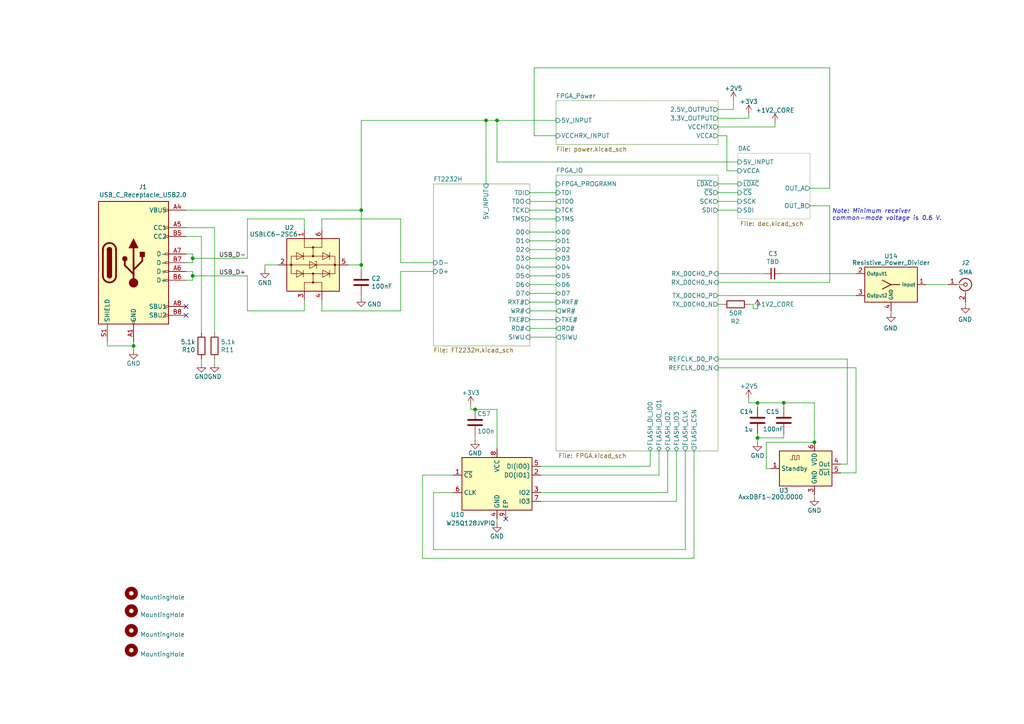
<source format=kicad_sch>
(kicad_sch (version 20200618) (host eeschema "(5.99.0-2195-g476558ece)")
  (page 1 5)
  (paper "A4")
  (title_block (title "TDR, Top schematic") (date "2020-06-30") (rev "A") (company "Radovan Blažek") (comment 3 "In preparation") (comment 4 "EN") (comment 5 "5") (comment 6 "6") (comment 7 "7") (comment 8 "8") (comment 9 "9"))
  (lib_symbols
    (symbol "Connector:Conn_Coaxial" (pin_names hide)
      (property "Reference" "J" (at 0.254 3.048 0))
      (property "Value" "Conn_Coaxial" (at 2.921 0 90))
      (symbol "Conn_Coaxial_0_1"
        (arc (start -1.778 0.508) (end 1.778 0) (radius (at -0.0508 0) (length 1.8034) (angles 163.6 0)) (stroke (width 0.254)))
        (arc (start 1.778 0) (end -1.778 -0.508) (radius (at -0.0254 0) (length 1.8034) (angles 0 -163.8)) (stroke (width 0.254)))
        (circle (center 0 0) (radius 0.508) (stroke (width 0.2032)))
        (polyline (pts (xy -2.54 0) (xy -0.508 0)))
        (polyline (pts (xy 0 -2.54) (xy 0 -1.778)))
      )
      (symbol "Conn_Coaxial_1_1"
        (pin passive line (at -5.08 0 0) (length 2.54) (name "In") (number "1"))
        (pin passive line (at 0 -5.08 90) (length 2.54) (name "Ext") (number "2"))
      )
    )
    (symbol "Connector:USB_C_Receptacle_USB2.0"
      (property "Reference" "J" (at -10.16 19.05 0))
      (property "Value" "USB_C_Receptacle_USB2.0" (at 19.05 19.05 0))
      (symbol "USB_C_Receptacle_USB2.0_0_1"
        (arc (start -8.89 -3.81) (end -5.08 -3.81) (radius (at -6.985 -3.81) (length 1.905) (angles -179.9 -0.1)) (stroke (width 0.508)))
        (arc (start -7.62 -3.81) (end -6.35 -3.81) (radius (at -6.985 -3.81) (length 0.635) (angles -179.9 -0.1)) (stroke (width 0.254)))
        (arc (start -7.62 -3.81) (end -6.35 -3.81) (radius (at -6.985 -3.81) (length 0.635) (angles -179.9 -0.1)) (stroke (width 0.254)) (fill (type outline)))
        (arc (start -6.35 3.81) (end -7.62 3.81) (radius (at -6.985 3.81) (length 0.635) (angles 0.1 179.9)) (stroke (width 0.254)) (fill (type outline)))
        (arc (start -6.35 3.81) (end -7.62 3.81) (radius (at -6.985 3.81) (length 0.635) (angles 0.1 179.9)) (stroke (width 0.254)))
        (arc (start -5.08 3.81) (end -8.89 3.81) (radius (at -6.985 3.81) (length 1.905) (angles 0.1 179.9)) (stroke (width 0.508)))
        (circle (center -2.54 1.143) (radius 0.635) (stroke (width 0.254)) (fill (type outline)))
        (circle (center 0 -5.842) (radius 1.27) (fill (type outline)))
        (rectangle (start -10.16 17.78) (end 10.16 -17.78) (stroke (width 0.254)) (fill (type background)))
        (rectangle (start -7.62 -3.81) (end -6.35 3.81) (stroke (width 0.254)) (fill (type outline)))
        (rectangle (start 1.905 1.778) (end 3.175 3.048) (stroke (width 0.254)) (fill (type outline)))
        (polyline (pts (xy -8.89 -3.81) (xy -8.89 3.81)) (stroke (width 0.508)))
        (polyline (pts (xy -5.08 3.81) (xy -5.08 -3.81)) (stroke (width 0.508)))
        (polyline (pts (xy 0 -5.842) (xy 0 4.318)) (stroke (width 0.508)))
        (polyline (pts (xy 0 -3.302) (xy -2.54 -0.762) (xy -2.54 0.508)) (stroke (width 0.508)))
        (polyline (pts (xy 0 -2.032) (xy 2.54 0.508) (xy 2.54 1.778)) (stroke (width 0.508)))
        (polyline (pts (xy -1.27 4.318) (xy 0 6.858) (xy 1.27 4.318) (xy -1.27 4.318)) (stroke (width 0.254)) (fill (type outline)))
      )
      (symbol "USB_C_Receptacle_USB2.0_0_0"
        (rectangle (start -0.254 -17.78) (end 0.254 -16.764))
        (rectangle (start 10.16 -14.986) (end 9.144 -15.494))
        (rectangle (start 10.16 -12.446) (end 9.144 -12.954))
        (rectangle (start 10.16 -4.826) (end 9.144 -5.334))
        (rectangle (start 10.16 -2.286) (end 9.144 -2.794))
        (rectangle (start 10.16 0.254) (end 9.144 -0.254))
        (rectangle (start 10.16 2.794) (end 9.144 2.286))
        (rectangle (start 10.16 7.874) (end 9.144 7.366))
        (rectangle (start 10.16 10.414) (end 9.144 9.906))
        (rectangle (start 10.16 15.494) (end 9.144 14.986))
      )
      (symbol "USB_C_Receptacle_USB2.0_1_1"
        (pin power_in line (at 0 -22.86 90) (length 5.08) (name "GND") (number "A1"))
        (pin passive line (at 0 -22.86 90) (length 5.08) hide (name "GND") (number "A12"))
        (pin power_in line (at 15.24 15.24 180) (length 5.08) (name "VBUS") (number "A4"))
        (pin bidirectional line (at 15.24 10.16 180) (length 5.08) (name "CC1") (number "A5"))
        (pin bidirectional line (at 15.24 -2.54 180) (length 5.08) (name "D+") (number "A6"))
        (pin bidirectional line (at 15.24 2.54 180) (length 5.08) (name "D-") (number "A7"))
        (pin bidirectional line (at 15.24 -12.7 180) (length 5.08) (name "SBU1") (number "A8"))
        (pin passive line (at 15.24 15.24 180) (length 5.08) hide (name "VBUS") (number "A9"))
        (pin passive line (at 0 -22.86 90) (length 5.08) hide (name "GND") (number "B1"))
        (pin passive line (at 0 -22.86 90) (length 5.08) hide (name "GND") (number "B12"))
        (pin passive line (at 15.24 15.24 180) (length 5.08) hide (name "VBUS") (number "B4"))
        (pin bidirectional line (at 15.24 7.62 180) (length 5.08) (name "CC2") (number "B5"))
        (pin bidirectional line (at 15.24 -5.08 180) (length 5.08) (name "D+") (number "B6"))
        (pin bidirectional line (at 15.24 0 180) (length 5.08) (name "D-") (number "B7"))
        (pin bidirectional line (at 15.24 -15.24 180) (length 5.08) (name "SBU2") (number "B8"))
        (pin passive line (at 15.24 15.24 180) (length 5.08) hide (name "VBUS") (number "B9"))
        (pin passive line (at -7.62 -22.86 90) (length 5.08) (name "SHIELD") (number "S1"))
      )
    )
    (symbol "Device:C" (pin_numbers hide) (pin_names (offset 0.254))
      (property "Reference" "C" (at 0.635 2.54 0))
      (property "Value" "C" (at 0.635 -2.54 0))
      (symbol "C_0_1"
        (polyline (pts (xy -2.032 -0.762) (xy 2.032 -0.762)) (stroke (width 0.508)))
        (polyline (pts (xy -2.032 0.762) (xy 2.032 0.762)) (stroke (width 0.508)))
      )
      (symbol "C_1_1"
        (pin passive line (at 0 3.81 270) (length 2.794) (name "~") (number "1"))
        (pin passive line (at 0 -3.81 90) (length 2.794) (name "~") (number "2"))
      )
    )
    (symbol "Device:C_Small" (pin_numbers hide) (pin_names (offset 0.254) hide)
      (property "Reference" "C" (at 0.254 1.778 0))
      (property "Value" "C_Small" (at 0.254 -2.032 0))
      (symbol "C_Small_0_1"
        (polyline (pts (xy -1.524 -0.508) (xy 1.524 -0.508)) (stroke (width 0.3302)))
        (polyline (pts (xy -1.524 0.508) (xy 1.524 0.508)) (stroke (width 0.3048)))
      )
      (symbol "C_Small_1_1"
        (pin passive line (at 0 2.54 270) (length 2.032) (name "~") (number "1"))
        (pin passive line (at 0 -2.54 90) (length 2.032) (name "~") (number "2"))
      )
    )
    (symbol "Device:R" (pin_numbers hide) (pin_names (offset 0))
      (property "Reference" "R" (at 2.032 0 90))
      (property "Value" "R" (at 0 0 90))
      (symbol "R_0_1"
        (rectangle (start -1.016 -2.54) (end 1.016 2.54) (stroke (width 0.254)))
      )
      (symbol "R_1_1"
        (pin passive line (at 0 3.81 270) (length 1.27) (name "~") (number "1"))
        (pin passive line (at 0 -3.81 90) (length 1.27) (name "~") (number "2"))
      )
    )
    (symbol "Mechanical:MountingHole"
      (property "Reference" "H" (at 0 5.08 0))
      (property "Value" "MountingHole" (at 0 3.175 0))
      (symbol "MountingHole_0_1"
        (circle (center 0 0) (radius 1.27) (stroke (width 1.27)))
      )
    )
    (symbol "Memory_Flash:W25Q32JVZP" (pin_names (offset 0.508))
      (property "Reference" "U" (at -8.89 8.89 0))
      (property "Value" "W25Q32JVZP" (at 7.62 8.89 0))
      (symbol "W25Q32JVZP_0_1"
        (rectangle (start -10.16 7.62) (end 10.16 -7.62) (stroke (width 0.254)) (fill (type background)))
      )
      (symbol "W25Q32JVZP_1_1"
        (pin input line (at -12.7 2.54 0) (length 2.54) (name "~CS") (number "1"))
        (pin bidirectional line (at 12.7 2.54 180) (length 2.54) (name "DO(IO1)") (number "2"))
        (pin bidirectional line (at 12.7 -2.54 180) (length 2.54) (name "IO2") (number "3"))
        (pin power_in line (at 0 -10.16 90) (length 2.54) (name "GND") (number "4"))
        (pin bidirectional line (at 12.7 5.08 180) (length 2.54) (name "DI(IO0)") (number "5"))
        (pin input line (at -12.7 -2.54 0) (length 2.54) (name "CLK") (number "6"))
        (pin bidirectional line (at 12.7 -5.08 180) (length 2.54) (name "IO3") (number "7"))
        (pin power_in line (at 0 10.16 270) (length 2.54) (name "VCC") (number "8"))
        (pin passive line (at 2.54 -10.16 90) (length 2.54) (name "EP") (number "9"))
      )
    )
    (symbol "Moje:AX3DBF1-200.0000" (pin_names (offset 0.508))
      (property "Reference" "U" (at -6.35 6.35 0))
      (property "Value" "AX3DBF1-200.0000" (at 13.97 6.35 0))
      (symbol "AX3DBF1-200.0000_1_1"
        (rectangle (start -7.62 5.08) (end 7.62 -5.08) (stroke (width 0.254)) (fill (type background)))
        (polyline (pts (xy -4.445 2.54) (xy -3.81 2.54) (xy -3.81 3.81) (xy -3.175 3.81) (xy -3.175 2.54) (xy -2.54 2.54) (xy -2.54 3.81) (xy -1.905 3.81) (xy -1.905 2.54)))
        (pin input line (at -10.16 0 0) (length 2.54) (name "Standby") (number "1"))
        (pin unconnected line (at -5.715 -5.08 90) (length 2.54) hide (name "NC") (number "2"))
        (pin power_in line (at 2.54 -7.62 90) (length 2.54) (name "GND") (number "3"))
        (pin output line (at 10.16 1.27 180) (length 2.54) (name "Out") (number "4"))
        (pin output line (at 10.16 -1.27 180) (length 2.54) (name "~Out") (number "5"))
        (pin power_in line (at 2.54 7.62 270) (length 2.54) (name "VDD") (number "6"))
      )
    )
    (symbol "Moje:Resistive_Power_Divider" (pin_names (offset 0.508))
      (property "Reference" "U" (at -6.35 6.35 0))
      (property "Value" "Resistive_Power_Divider" (at 6.35 6.35 0))
      (symbol "Resistive_Power_Divider_0_1"
        (rectangle (start -7.62 5.08) (end 7.62 -5.08) (stroke (width 0.254)) (fill (type background)))
        (polyline (pts (xy -2.54 0) (xy 0 0)) (stroke (width 0.254)))
        (polyline (pts (xy 0 0) (xy 2.54 -1.27)) (stroke (width 0.254)))
        (polyline (pts (xy 0 0) (xy 2.54 1.27)) (stroke (width 0.254)))
      )
      (symbol "Resistive_Power_Divider_1_1"
        (pin input line (at -10.16 0 0) (length 2.54) (name "Input") (number "1"))
        (pin output line (at 10.16 3.175 180) (length 2.54) (name "Output1") (number "2"))
        (pin output line (at 10.16 -3.175 180) (length 2.54) (name "Output2") (number "3"))
        (pin power_in line (at 0 -7.62 90) (length 2.54) (name "GND") (number "4"))
      )
    )
    (symbol "Moje:VCCHTX" (power) (pin_names (offset 0))
      (property "Value" "VCCHTX" (at 0 3.556 0))
      (symbol "VCCHTX_0_1"
        (polyline (pts (xy -0.762 1.27) (xy 0 2.54)))
        (polyline (pts (xy 0 0) (xy 0 2.54)))
        (polyline (pts (xy 0 2.54) (xy 0.762 1.27)))
      )
      (symbol "VCCHTX_1_1"
        (pin power_in line (at 0 0 90) (length 0) hide (name "+1V2_CORE") (number "1"))
      )
    )
    (symbol "Power_Protection:USBLC6-2SC6" (pin_names (offset 0.508) hide)
      (property "Reference" "U" (at 2.54 8.89 0))
      (property "Value" "USBLC6-2SC6" (at 2.54 -8.89 0))
      (symbol "USBLC6-2SC6_0_1"
        (circle (center -5.08 0) (radius 0.254) (fill (type outline)))
        (circle (center -2.54 0) (radius 0.254) (fill (type outline)))
        (circle (center 0 -6.35) (radius 0.254) (fill (type outline)))
        (circle (center 0 6.35) (radius 0.254) (fill (type outline)))
        (circle (center 2.54 0) (radius 0.254) (fill (type outline)))
        (circle (center 5.08 0) (radius 0.254) (fill (type outline)))
        (rectangle (start -7.62 -7.62) (end 7.62 7.62) (stroke (width 0.254)) (fill (type background)))
        (rectangle (start -2.54 6.35) (end 2.54 -6.35))
        (polyline (pts (xy -5.08 -2.54) (xy -7.62 -2.54)))
        (polyline (pts (xy -5.08 0) (xy -5.08 -2.54)))
        (polyline (pts (xy -5.08 2.54) (xy -7.62 2.54)))
        (polyline (pts (xy -1.524 -2.794) (xy -3.556 -2.794)))
        (polyline (pts (xy -1.524 4.826) (xy -3.556 4.826)))
        (polyline (pts (xy 0 -7.62) (xy 0 -6.35)))
        (polyline (pts (xy 0 -6.35) (xy 0 1.27)))
        (polyline (pts (xy 0 1.27) (xy 0 6.35)))
        (polyline (pts (xy 0 6.35) (xy 0 7.62)))
        (polyline (pts (xy 1.524 -2.794) (xy 3.556 -2.794)))
        (polyline (pts (xy 1.524 4.826) (xy 3.556 4.826)))
        (polyline (pts (xy 5.08 -2.54) (xy 7.62 -2.54)))
        (polyline (pts (xy 5.08 0) (xy 5.08 -2.54)))
        (polyline (pts (xy 5.08 2.54) (xy 7.62 2.54)))
        (polyline (pts (xy -2.54 0) (xy -5.08 0) (xy -5.08 2.54)))
        (polyline (pts (xy 2.54 0) (xy 5.08 0) (xy 5.08 2.54)))
        (polyline (pts (xy -3.556 -4.826) (xy -1.524 -4.826) (xy -2.54 -2.794) (xy -3.556 -4.826)))
        (polyline (pts (xy -3.556 2.794) (xy -1.524 2.794) (xy -2.54 4.826) (xy -3.556 2.794)))
        (polyline (pts (xy -1.016 -1.016) (xy 1.016 -1.016) (xy 0 1.016) (xy -1.016 -1.016)))
        (polyline (pts (xy 1.016 1.016) (xy 0.762 1.016) (xy -1.016 1.016) (xy -1.016 0.508)))
        (polyline (pts (xy 3.556 -4.826) (xy 1.524 -4.826) (xy 2.54 -2.794) (xy 3.556 -4.826)))
        (polyline (pts (xy 3.556 2.794) (xy 1.524 2.794) (xy 2.54 4.826) (xy 3.556 2.794)))
      )
      (symbol "USBLC6-2SC6_1_1"
        (pin passive line (at -10.16 -2.54 0) (length 2.54) (name "I/O1") (number "1"))
        (pin passive line (at 0 -10.16 90) (length 2.54) (name "GND") (number "2"))
        (pin passive line (at 10.16 -2.54 180) (length 2.54) (name "I/O2") (number "3"))
        (pin passive line (at 10.16 2.54 180) (length 2.54) (name "I/O2") (number "4"))
        (pin passive line (at 0 10.16 270) (length 2.54) (name "VBUS") (number "5"))
        (pin passive line (at -10.16 2.54 0) (length 2.54) (name "I/O1") (number "6"))
      )
    )
    (symbol "power:+2V5" (power) (pin_names (offset 0))
      (property "Value" "+2V5" (at 0 3.556 0))
      (symbol "+2V5_0_1"
        (polyline (pts (xy -0.762 1.27) (xy 0 2.54)))
        (polyline (pts (xy 0 0) (xy 0 2.54)))
        (polyline (pts (xy 0 2.54) (xy 0.762 1.27)))
      )
      (symbol "+2V5_1_1"
        (pin power_in line (at 0 0 90) (length 0) hide (name "+2V5") (number "1"))
      )
    )
    (symbol "power:+3V3" (power) (pin_names (offset 0))
      (property "Value" "+3V3" (at 0 3.556 0))
      (symbol "+3V3_0_1"
        (polyline (pts (xy -0.762 1.27) (xy 0 2.54)))
        (polyline (pts (xy 0 0) (xy 0 2.54)))
        (polyline (pts (xy 0 2.54) (xy 0.762 1.27)))
      )
      (symbol "+3V3_1_1"
        (pin power_in line (at 0 0 90) (length 0) hide (name "+3V3") (number "1"))
      )
    )
    (symbol "power:GND" (power) (pin_names (offset 0))
      (property "Value" "GND" (at 0 -3.81 0))
      (symbol "GND_0_1"
        (polyline (pts (xy 0 0) (xy 0 -1.27) (xy 1.27 -1.27) (xy 0 -2.54) (xy -1.27 -1.27) (xy 0 -1.27)))
      )
      (symbol "GND_1_1"
        (pin power_in line (at 0 0 270) (length 0) hide (name "GND") (number "1"))
      )
    )
  )
  (junction (at 38.735 100.33))
  (junction (at 55.88 74.93))
  (junction (at 55.88 80.01))
  (junction (at 104.775 60.96))
  (junction (at 104.775 76.835))
  (junction (at 137.795 118.745))
  (junction (at 140.97 34.925))
  (junction (at 144.145 34.925))
  (junction (at 219.71 116.84))
  (junction (at 219.71 127))
  (junction (at 227.33 116.84))
  (junction (at 236.22 128.27))
  (no_connect (at 53.975 88.9))
  (no_connect (at 146.685 150.495))
  (no_connect (at 53.975 91.44))
  (wire (pts (xy 31.115 99.06) (xy 31.115 100.33)))
  (wire (pts (xy 31.115 100.33) (xy 38.735 100.33)))
  (wire (pts (xy 38.735 100.33) (xy 38.735 99.06)))
  (wire (pts (xy 38.735 100.33) (xy 38.735 101.6)))
  (wire (pts (xy 53.975 60.96) (xy 104.775 60.96)))
  (wire (pts (xy 53.975 66.04) (xy 62.23 66.04)))
  (wire (pts (xy 53.975 68.58) (xy 58.42 68.58)))
  (wire (pts (xy 53.975 73.66) (xy 55.88 73.66)))
  (wire (pts (xy 53.975 76.2) (xy 55.88 76.2)))
  (wire (pts (xy 53.975 81.28) (xy 55.88 81.28)))
  (wire (pts (xy 55.88 73.66) (xy 55.88 74.93)))
  (wire (pts (xy 55.88 74.93) (xy 71.755 74.93)))
  (wire (pts (xy 55.88 76.2) (xy 55.88 74.93)))
  (wire (pts (xy 55.88 78.74) (xy 53.975 78.74)))
  (wire (pts (xy 55.88 80.01) (xy 55.88 78.74)))
  (wire (pts (xy 55.88 80.01) (xy 71.755 80.01)))
  (wire (pts (xy 55.88 81.28) (xy 55.88 80.01)))
  (wire (pts (xy 58.42 68.58) (xy 58.42 96.52)))
  (wire (pts (xy 58.42 104.14) (xy 58.42 105.41)))
  (wire (pts (xy 62.23 66.04) (xy 62.23 96.52)))
  (wire (pts (xy 62.23 104.14) (xy 62.23 105.41)))
  (wire (pts (xy 71.755 63.5) (xy 88.265 63.5)))
  (wire (pts (xy 71.755 74.93) (xy 71.755 63.5)))
  (wire (pts (xy 71.755 80.01) (xy 71.755 90.17)))
  (wire (pts (xy 71.755 90.17) (xy 88.265 90.17)))
  (wire (pts (xy 76.835 76.835) (xy 76.835 78.105)))
  (wire (pts (xy 76.835 76.835) (xy 80.645 76.835)))
  (wire (pts (xy 88.265 63.5) (xy 88.265 66.675)))
  (wire (pts (xy 88.265 86.995) (xy 88.265 90.17)))
  (wire (pts (xy 93.345 63.5) (xy 93.345 66.675)))
  (wire (pts (xy 93.345 63.5) (xy 116.205 63.5)))
  (wire (pts (xy 93.345 86.995) (xy 93.345 90.17)))
  (wire (pts (xy 93.345 90.17) (xy 116.205 90.17)))
  (wire (pts (xy 100.965 76.835) (xy 104.775 76.835)))
  (wire (pts (xy 104.775 34.925) (xy 104.775 60.96)))
  (wire (pts (xy 104.775 34.925) (xy 140.97 34.925)))
  (wire (pts (xy 104.775 60.96) (xy 104.775 76.835)))
  (wire (pts (xy 104.775 76.835) (xy 104.775 78.105)))
  (wire (pts (xy 104.775 85.725) (xy 104.775 86.36)))
  (wire (pts (xy 116.205 63.5) (xy 116.205 76.2)))
  (wire (pts (xy 116.205 76.2) (xy 125.73 76.2)))
  (wire (pts (xy 116.205 78.74) (xy 125.73 78.74)))
  (wire (pts (xy 116.205 90.17) (xy 116.205 78.74)))
  (wire (pts (xy 122.555 137.795) (xy 131.445 137.795)))
  (wire (pts (xy 122.555 161.925) (xy 122.555 137.795)))
  (wire (pts (xy 125.73 142.875) (xy 131.445 142.875)))
  (wire (pts (xy 125.73 159.385) (xy 125.73 142.875)))
  (wire (pts (xy 136.525 117.475) (xy 136.525 118.745)))
  (wire (pts (xy 136.525 118.745) (xy 137.795 118.745)))
  (wire (pts (xy 137.795 118.745) (xy 144.145 118.745)))
  (wire (pts (xy 137.795 126.365) (xy 137.795 127.635)))
  (wire (pts (xy 140.97 34.925) (xy 140.97 53.34)))
  (wire (pts (xy 140.97 34.925) (xy 144.145 34.925)))
  (wire (pts (xy 144.145 34.925) (xy 161.29 34.925)))
  (wire (pts (xy 144.145 46.99) (xy 144.145 34.925)))
  (wire (pts (xy 144.145 118.745) (xy 144.145 130.175)))
  (wire (pts (xy 144.145 150.495) (xy 144.145 151.765)))
  (wire (pts (xy 153.67 55.88) (xy 161.29 55.88)))
  (wire (pts (xy 153.67 58.42) (xy 161.29 58.42)))
  (wire (pts (xy 153.67 60.96) (xy 161.29 60.96)))
  (wire (pts (xy 153.67 63.5) (xy 161.29 63.5)))
  (wire (pts (xy 153.67 67.31) (xy 161.29 67.31)))
  (wire (pts (xy 153.67 69.85) (xy 161.29 69.85)))
  (wire (pts (xy 153.67 72.39) (xy 161.29 72.39)))
  (wire (pts (xy 153.67 74.93) (xy 161.29 74.93)))
  (wire (pts (xy 153.67 77.47) (xy 161.29 77.47)))
  (wire (pts (xy 153.67 80.01) (xy 161.29 80.01)))
  (wire (pts (xy 153.67 82.55) (xy 161.29 82.55)))
  (wire (pts (xy 153.67 85.09) (xy 161.29 85.09)))
  (wire (pts (xy 153.67 87.63) (xy 161.29 87.63)))
  (wire (pts (xy 153.67 90.17) (xy 161.29 90.17)))
  (wire (pts (xy 153.67 92.71) (xy 161.29 92.71)))
  (wire (pts (xy 153.67 95.25) (xy 161.29 95.25)))
  (wire (pts (xy 153.67 97.79) (xy 161.29 97.79)))
  (wire (pts (xy 154.94 19.685) (xy 154.94 39.37)))
  (wire (pts (xy 154.94 39.37) (xy 161.29 39.37)))
  (wire (pts (xy 156.845 135.255) (xy 188.595 135.255)))
  (wire (pts (xy 156.845 137.795) (xy 191.135 137.795)))
  (wire (pts (xy 156.845 142.875) (xy 193.675 142.875)))
  (wire (pts (xy 156.845 145.415) (xy 196.215 145.415)))
  (wire (pts (xy 188.595 135.255) (xy 188.595 130.81)))
  (wire (pts (xy 191.135 130.81) (xy 191.135 137.795)))
  (wire (pts (xy 193.675 142.875) (xy 193.675 130.81)))
  (wire (pts (xy 196.215 145.415) (xy 196.215 130.81)))
  (wire (pts (xy 198.755 130.81) (xy 198.755 159.385)))
  (wire (pts (xy 198.755 159.385) (xy 125.73 159.385)))
  (wire (pts (xy 201.295 130.81) (xy 201.295 161.925)))
  (wire (pts (xy 201.295 161.925) (xy 122.555 161.925)))
  (wire (pts (xy 208.28 34.29) (xy 217.17 34.29)))
  (wire (pts (xy 208.28 36.83) (xy 224.79 36.83)))
  (wire (pts (xy 208.28 39.37) (xy 210.82 39.37)))
  (wire (pts (xy 208.28 53.34) (xy 213.995 53.34)))
  (wire (pts (xy 208.28 55.88) (xy 213.995 55.88)))
  (wire (pts (xy 208.28 58.42) (xy 213.995 58.42)))
  (wire (pts (xy 208.28 60.96) (xy 213.995 60.96)))
  (wire (pts (xy 208.28 79.375) (xy 221.615 79.375)))
  (wire (pts (xy 208.28 81.915) (xy 240.665 81.915)))
  (wire (pts (xy 208.28 85.725) (xy 248.285 85.725)))
  (wire (pts (xy 208.28 88.265) (xy 209.55 88.265)))
  (wire (pts (xy 210.82 39.37) (xy 210.82 49.53)))
  (wire (pts (xy 210.82 49.53) (xy 213.995 49.53)))
  (wire (pts (xy 212.725 29.21) (xy 212.725 31.75)))
  (wire (pts (xy 212.725 31.75) (xy 208.28 31.75)))
  (wire (pts (xy 213.995 46.99) (xy 144.145 46.99)))
  (wire (pts (xy 217.17 34.29) (xy 217.17 33.02)))
  (wire (pts (xy 217.17 88.265) (xy 218.44 88.265)))
  (wire (pts (xy 217.17 115.57) (xy 217.17 116.84)))
  (wire (pts (xy 217.17 116.84) (xy 219.71 116.84)))
  (wire (pts (xy 218.44 88.265) (xy 218.44 89.535)))
  (wire (pts (xy 218.44 89.535) (xy 219.71 89.535)))
  (wire (pts (xy 219.71 116.84) (xy 219.71 118.11)))
  (wire (pts (xy 219.71 116.84) (xy 227.33 116.84)))
  (wire (pts (xy 219.71 125.73) (xy 219.71 127)))
  (wire (pts (xy 219.71 127) (xy 219.71 128.27)))
  (wire (pts (xy 222.25 128.27) (xy 236.22 128.27)))
  (wire (pts (xy 222.25 135.89) (xy 222.25 128.27)))
  (wire (pts (xy 223.52 135.89) (xy 222.25 135.89)))
  (wire (pts (xy 224.79 35.56) (xy 224.79 36.83)))
  (wire (pts (xy 226.695 79.375) (xy 248.285 79.375)))
  (wire (pts (xy 227.33 116.84) (xy 227.33 118.11)))
  (wire (pts (xy 227.33 116.84) (xy 236.22 116.84)))
  (wire (pts (xy 227.33 125.73) (xy 227.33 127)))
  (wire (pts (xy 227.33 127) (xy 219.71 127)))
  (wire (pts (xy 234.95 54.61) (xy 240.665 54.61)))
  (wire (pts (xy 234.95 59.69) (xy 240.665 59.69)))
  (wire (pts (xy 236.22 116.84) (xy 236.22 128.27)))
  (wire (pts (xy 236.22 143.51) (xy 236.22 144.145)))
  (wire (pts (xy 240.665 19.685) (xy 154.94 19.685)))
  (wire (pts (xy 240.665 54.61) (xy 240.665 19.685)))
  (wire (pts (xy 240.665 59.69) (xy 240.665 81.915)))
  (wire (pts (xy 243.84 134.62) (xy 245.745 134.62)))
  (wire (pts (xy 243.84 137.16) (xy 248.285 137.16)))
  (wire (pts (xy 245.745 104.14) (xy 208.28 104.14)))
  (wire (pts (xy 245.745 104.14) (xy 245.745 134.62)))
  (wire (pts (xy 248.285 106.68) (xy 208.28 106.68)))
  (wire (pts (xy 248.285 106.68) (xy 248.285 137.16)))
  (wire (pts (xy 258.445 90.17) (xy 258.445 90.805)))
  (wire (pts (xy 268.605 82.55) (xy 274.955 82.55)))
  (wire (pts (xy 280.035 87.63) (xy 280.035 88.265)))
  (text "Note: Minimum receiver\ncommon-mode voltage is 0.6 V." (at 241.3 64.135 0) (effects (font (size 1.27 1.27) italic) (justify left bottom)))
  (label "USB_D-" (at 63.5 74.93 0))
  (label "USB_D+" (at 63.5 80.01 0))
  (symbol (lib_id "power:+3V3") (at 136.525 117.475 0) (unit 1)
    (property "Reference" "#PWR0166" (effects hide))
    (property "Value" "+3V3" (at 136.525 113.919 0))
  )
  (symbol (lib_id "power:+2V5") (at 212.725 29.21 0) (unit 1)
    (property "Reference" "#PWR0115" (effects hide))
    (property "Value" "+2V5" (at 212.725 25.654 0))
  )
  (symbol (lib_id "power:+3V3") (at 217.17 33.02 0) (unit 1)
    (property "Reference" "#PWR0162" (effects hide))
    (property "Value" "+3V3" (at 217.17 29.464 0))
  )
  (symbol (lib_id "power:+2V5") (at 217.17 115.57 0) (unit 1)
    (property "Reference" "#PWR0116" (effects hide))
    (property "Value" "+2V5" (at 217.17 112.014 0))
  )
  (symbol (lib_id "Moje:VCCHTX") (at 219.71 89.535 0) (unit 1)
    (property "Reference" "#PWR0141" (effects hide))
    (property "Value" "VCCHTX" (at 224.79 88.265 0))
  )
  (symbol (lib_id "Moje:VCCHTX") (at 224.79 35.56 0) (unit 1)
    (property "Reference" "#PWR0140" (effects hide))
    (property "Value" "VCCHTX" (at 224.79 32.004 0))
  )
  (symbol (lib_id "power:GND") (at 38.735 101.6 0) (unit 1)
    (property "Reference" "#PWR0167" (effects hide))
    (property "Value" "GND" (at 38.735 105.41 0))
  )
  (symbol (lib_id "power:GND") (at 58.42 105.41 0) (unit 1)
    (property "Reference" "#PWR0103" (effects hide))
    (property "Value" "GND" (at 58.42 109.22 0))
  )
  (symbol (lib_id "power:GND") (at 62.23 105.41 0) (unit 1)
    (property "Reference" "#PWR0102" (effects hide))
    (property "Value" "GND" (at 62.23 109.22 0))
  )
  (symbol (lib_id "power:GND") (at 76.835 78.105 0) (unit 1)
    (property "Reference" "#PWR03" (effects hide))
    (property "Value" "GND" (at 76.835 82.0166 0))
  )
  (symbol (lib_id "power:GND") (at 104.775 86.36 0) (unit 1)
    (property "Reference" "#PWR04" (effects hide))
    (property "Value" "GND" (at 108.585 88.265 0))
  )
  (symbol (lib_id "power:GND") (at 137.795 127.635 0) (unit 1)
    (property "Reference" "#PWR0169" (effects hide))
    (property "Value" "GND" (at 137.795 131.445 0))
  )
  (symbol (lib_id "power:GND") (at 144.145 151.765 0) (unit 1)
    (property "Reference" "#PWR0168" (effects hide))
    (property "Value" "GND" (at 144.145 155.575 0))
  )
  (symbol (lib_id "power:GND") (at 219.71 128.27 0) (unit 1)
    (property "Reference" "#PWR0117" (effects hide))
    (property "Value" "GND" (at 219.71 132.1816 0))
  )
  (symbol (lib_id "power:GND") (at 236.22 144.145 0) (unit 1)
    (property "Reference" "#PWR0101" (effects hide))
    (property "Value" "GND" (at 236.22 148.0566 0))
  )
  (symbol (lib_id "power:GND") (at 258.445 90.805 0) (mirror y) (unit 1)
    (property "Reference" "#PWR0188" (effects hide))
    (property "Value" "GND" (at 258.318 95.1992 0))
  )
  (symbol (lib_id "power:GND") (at 280.035 88.265 0) (mirror y) (unit 1)
    (property "Reference" "#PWR07" (effects hide))
    (property "Value" "GND" (at 279.908 92.6592 0))
  )
  (symbol (lib_id "Mechanical:MountingHole") (at 38.1 172.085 0) (unit 1)
    (property "Reference" "H1" (effects hide))
    (property "Value" "MountingHole" (at 40.64 173.228 0) (effects (justify left)))
    (property "Footprint" "MountingHole:MountingHole_3.2mm_M3" (effects hide))
  )
  (symbol (lib_id "Mechanical:MountingHole") (at 38.1 177.165 0) (unit 1)
    (property "Reference" "H2" (effects hide))
    (property "Value" "MountingHole" (at 40.64 178.308 0) (effects (justify left)))
    (property "Footprint" "MountingHole:MountingHole_3.2mm_M3" (effects hide))
  )
  (symbol (lib_id "Mechanical:MountingHole") (at 38.1 182.88 0) (unit 1)
    (property "Reference" "H3" (effects hide))
    (property "Value" "MountingHole" (at 40.64 184.023 0) (effects (justify left)))
    (property "Footprint" "MountingHole:MountingHole_3.2mm_M3" (effects hide))
  )
  (symbol (lib_id "Mechanical:MountingHole") (at 38.1 188.595 0) (unit 1)
    (property "Reference" "H4" (effects hide))
    (property "Value" "MountingHole" (at 40.64 189.738 0) (effects (justify left)))
    (property "Footprint" "MountingHole:MountingHole_3.2mm_M3" (effects hide))
  )
  (symbol (lib_id "Device:R") (at 58.42 100.33 0) (mirror y) (unit 1)
    (property "Reference" "R10" (at 56.642 101.473 0) (effects (justify left)))
    (property "Value" "5.1k" (at 56.642 99.187 0) (effects (justify left)))
    (property "Footprint" "Resistor_SMD:R_0805_2012Metric" (effects hide))
  )
  (symbol (lib_id "Device:R") (at 62.23 100.33 0) (unit 1)
    (property "Reference" "R11" (at 64.008 101.473 0) (effects (justify left)))
    (property "Value" "5.1k" (at 64.008 99.187 0) (effects (justify left)))
    (property "Footprint" "Resistor_SMD:R_0805_2012Metric" (effects hide))
  )
  (symbol (lib_id "Device:R") (at 213.36 88.265 90) (unit 1)
    (property "Reference" "R2" (at 213.233 93.218 90))
    (property "Value" "50R" (at 213.36 90.805 90))
    (property "Footprint" "Resistor_SMD:R_0402_1005Metric" (effects hide))
  )
  (symbol (lib_id "Device:C_Small") (at 224.155 79.375 90) (unit 1)
    (property "Reference" "C3" (at 224.155 73.6027 90))
    (property "Value" "TBD" (at 224.155 75.901 90))
    (property "Footprint" "Capacitor_SMD:C_0402_1005Metric" (effects hide))
  )
  (symbol (lib_id "Device:C") (at 104.775 81.915 0) (unit 1)
    (property "Reference" "C2" (at 107.696 80.772 0) (effects (justify left)))
    (property "Value" "100nF" (at 107.696 83.058 0) (effects (justify left)))
    (property "Footprint" "Capacitor_SMD:C_0402_1005Metric" (effects hide))
  )
  (symbol (lib_id "Device:C") (at 137.795 122.555 0) (unit 1)
    (property "Reference" "C57" (at 138.43 120.015 0) (effects (justify left)))
    (property "Value" "100n" (at 138.43 125.095 0) (effects (justify left)))
    (property "Footprint" "Capacitor_SMD:C_0402_1005Metric" (effects hide))
  )
  (symbol (lib_id "Device:C") (at 219.71 121.92 0) (mirror y) (unit 1)
    (property "Reference" "C14" (at 218.44 119.38 0) (effects (justify left)))
    (property "Value" "1u" (at 218.44 124.46 0) (effects (justify left)))
    (property "Footprint" "Capacitor_SMD:C_0805_2012Metric" (effects hide))
  )
  (symbol (lib_id "Device:C") (at 227.33 121.92 0) (mirror y) (unit 1)
    (property "Reference" "C15" (at 226.06 119.38 0) (effects (justify left)))
    (property "Value" "100nF" (at 227.33 124.46 0) (effects (justify left)))
    (property "Footprint" "Capacitor_SMD:C_0402_1005Metric" (effects hide))
  )
  (symbol (lib_id "Connector:Conn_Coaxial") (at 280.035 82.55 0) (unit 1)
    (property "Reference" "J2" (at 280.035 76.2254 0))
    (property "Value" "SMA" (at 280.035 78.9432 0))
    (property "Footprint" "Moje:Rosenberger_SMA_32K243-40ML5" (effects hide))
    (property "Datasheet" " ~" (effects hide))
  )
  (symbol (lib_id "Moje:Resistive_Power_Divider") (at 258.445 82.55 0) (mirror y) (unit 1)
    (property "Reference" "U14" (at 258.445 74.295 0))
    (property "Value" "Resistive_Power_Divider" (at 258.445 76.2 0))
    (property "Footprint" "Moje:Susumu_PS2012G" (effects hide))
    (property "Datasheet" "https://www.susumu.co.jp/common/pdf/n_catalog_partition31_en.pdf" (effects hide))
  )
  (symbol (lib_id "Moje:AX3DBF1-200.0000") (at 233.68 135.89 0) (unit 1)
    (property "Reference" "U3" (at 227.33 142.24 0))
    (property "Value" "AxxDBF1-200.0000" (at 223.52 144.145 0))
    (property "Footprint" "Oscillator:Oscillator_SMD_IDT_JS6-6_5.0x3.2mm_P1.27mm" (effects hide))
    (property "Datasheet" "https://abracon.com/datasheets/AX3_clearclock.pdf" (effects hide))
  )
  (symbol (lib_id "Power_Protection:USBLC6-2SC6") (at 90.805 76.835 270) (unit 1)
    (property "Reference" "U2" (at 82.55 66.04 90) (effects (justify left)))
    (property "Value" "USBLC6-2SC6" (at 72.39 67.945 90) (effects (justify left)))
    (property "Footprint" "Package_TO_SOT_SMD:SOT-23-6" (effects hide))
    (property "Datasheet" "http://www2.st.com/resource/en/datasheet/CD00050750.pdf" (effects hide))
  )
  (symbol (lib_id "Memory_Flash:W25Q32JVZP") (at 144.145 140.335 0) (unit 1)
    (property "Reference" "U10" (at 132.715 149.225 0))
    (property "Value" "W25Q128JVPIQ" (at 136.525 151.765 0))
    (property "Footprint" "Package_SON:WSON-8-1EP_6x5mm_P1.27mm_EP3.4x4.3mm" (effects hide))
    (property "Datasheet" "http://www.winbond.com/resource-files/w25q32jv%20revg%2003272018%20plus.pdf" (effects hide))
  )
  (symbol (lib_id "Connector:USB_C_Receptacle_USB2.0") (at 38.735 76.2 0) (unit 1)
    (property "Reference" "J1" (at 41.4528 54.2036 0))
    (property "Value" "USB_C_Receptacle_USB2.0" (at 41.4528 56.515 0))
    (property "Footprint" "Moje:USB_C_Receptacle_JAE_DX07S016" (effects hide))
    (property "Datasheet" "https://www.usb.org/sites/default/files/documents/usb_type-c.zip" (effects hide))
  )
  (sheet (at 213.995 44.45) (size 20.955 19.05) (stroke (width 0.001) (color 163 190 140 1)) (fill (color 255 255 255 0.0000))
    (property "Sheet name" "DAC" (at 213.995 43.8141 0) (effects (justify left bottom)))
    (property "Sheet file" "dac.kicad_sch" (at 214.63 64.135 0) (effects (justify left top)))
    (pin "OUT_A" output (at 234.95 54.61 0))
    (pin "SDI" input (at 213.995 60.96 180))
    (pin "~CS" input (at 213.995 55.88 180))
    (pin "SCK" input (at 213.995 58.42 180))
    (pin "~LDAC" input (at 213.995 53.34 180))
    (pin "OUT_B" output (at 234.95 59.69 0))
    (pin "5V_INPUT" input (at 213.995 46.99 180))
    (pin "VCCA" input (at 213.995 49.53 180))
  )
  (sheet (at 161.29 50.8) (size 46.99 80.01) (stroke (width 0.1524) (color 163 190 140 1)) (fill (color 255 255 255 0.0000))
    (property "Sheet name" "FPGA_IO" (at 161.29 50.164 0) (effects (justify left bottom)))
    (property "Sheet file" "FPGA.kicad_sch" (at 161.925 131.445 0) (effects (justify left top)))
    (pin "TCK" input (at 161.29 60.96 180))
    (pin "TDI" input (at 161.29 55.88 180))
    (pin "TDO" output (at 161.29 58.42 180))
    (pin "TMS" input (at 161.29 63.5 180))
    (pin "RX_D0CH0_P" input (at 208.28 79.375 0))
    (pin "RX_D0CH0_N" input (at 208.28 81.915 0))
    (pin "TX_D0CH0_P" output (at 208.28 85.725 0))
    (pin "TX_D0CH0_N" output (at 208.28 88.265 0))
    (pin "REFCLK_D0_N" input (at 208.28 106.68 0))
    (pin "REFCLK_D0_P" input (at 208.28 104.14 0))
    (pin "FLASH_CLK" output (at 198.755 130.81 270))
    (pin "FLASH_IO2" bidirectional (at 193.675 130.81 270))
    (pin "FLASH_DI_IO0" bidirectional (at 188.595 130.81 270))
    (pin "FLASH_DO_IO1" bidirectional (at 191.135 130.81 270))
    (pin "FLASH_CSN" output (at 201.295 130.81 270))
    (pin "FLASH_IO3" bidirectional (at 196.215 130.81 270))
    (pin "FPGA_PROGRAMN" input (at 161.29 53.34 180))
    (pin "D5" bidirectional (at 161.29 80.01 180))
    (pin "D4" bidirectional (at 161.29 77.47 180))
    (pin "D7" bidirectional (at 161.29 85.09 180))
    (pin "D6" bidirectional (at 161.29 82.55 180))
    (pin "D3" bidirectional (at 161.29 74.93 180))
    (pin "D2" bidirectional (at 161.29 72.39 180))
    (pin "D1" bidirectional (at 161.29 69.85 180))
    (pin "D0" bidirectional (at 161.29 67.31 180))
    (pin "TXE#" input (at 161.29 92.71 180))
    (pin "RXF#" input (at 161.29 87.63 180))
    (pin "SIWU" output (at 161.29 97.79 180))
    (pin "RD#" output (at 161.29 95.25 180))
    (pin "WR#" output (at 161.29 90.17 180))
    (pin "SCK" output (at 208.28 58.42 0))
    (pin "~LDAC" output (at 208.28 53.34 0))
    (pin "SDI" output (at 208.28 60.96 0))
    (pin "~CS" output (at 208.28 55.88 0))
  )
  (sheet (at 161.29 29.21) (size 46.99 12.7) (stroke (width 0.1524) (color 163 190 140 1)) (fill (color 255 255 255 0.0000))
    (property "Sheet name" "FPGA_Power" (at 161.29 28.5745 0) (effects (justify left bottom)))
    (property "Sheet file" "power.kicad_sch" (at 161.29 42.545 0) (effects (justify left top)))
    (pin "5V_INPUT" input (at 161.29 34.925 180))
    (pin "2.5V_OUTPUT" output (at 208.28 31.75 0))
    (pin "3.3V_OUTPUT" output (at 208.28 34.29 0))
    (pin "VCCHRX_INPUT" input (at 161.29 39.37 180))
    (pin "VCCHTX" output (at 208.28 36.83 0))
    (pin "VCCA" output (at 208.28 39.37 0))
  )
  (sheet (at 125.73 53.34) (size 27.94 46.99) (stroke (width 0.1524) (color 163 190 140 1)) (fill (color 255 255 255 0.0000))
    (property "Sheet name" "FT2232H" (at 125.73 52.7045 0) (effects (justify left bottom)))
    (property "Sheet file" "FT2232H.kicad_sch" (at 125.73 100.8385 0) (effects (justify left top)))
    (pin "TDI" output (at 153.67 55.88 0))
    (pin "TCK" output (at 153.67 60.96 0))
    (pin "TDO" input (at 153.67 58.42 0))
    (pin "TMS" output (at 153.67 63.5 0))
    (pin "D0" bidirectional (at 153.67 67.31 0))
    (pin "D1" bidirectional (at 153.67 69.85 0))
    (pin "D2" bidirectional (at 153.67 72.39 0))
    (pin "D3" bidirectional (at 153.67 74.93 0))
    (pin "D4" bidirectional (at 153.67 77.47 0))
    (pin "D5" bidirectional (at 153.67 80.01 0))
    (pin "D6" bidirectional (at 153.67 82.55 0))
    (pin "D7" bidirectional (at 153.67 85.09 0))
    (pin "RXF#" output (at 153.67 87.63 0))
    (pin "WR#" input (at 153.67 90.17 0))
    (pin "TXE#" output (at 153.67 92.71 0))
    (pin "RD#" input (at 153.67 95.25 0))
    (pin "SIWU" input (at 153.67 97.79 0))
    (pin "D+" input (at 125.73 78.74 180))
    (pin "D-" input (at 125.73 76.2 180))
    (pin "5V_INPUT" input (at 140.97 53.34 90))
  )
)
</source>
